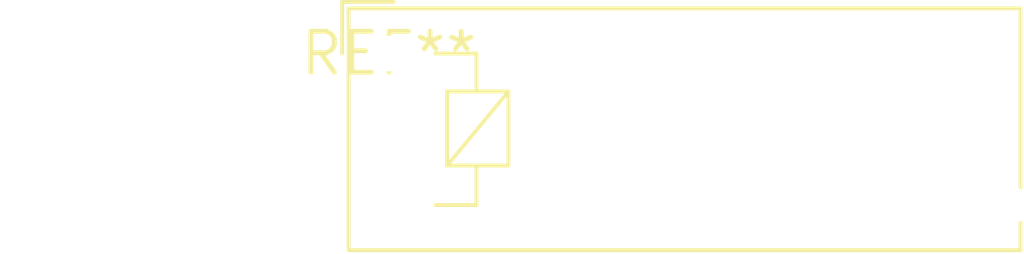
<source format=kicad_pcb>
(kicad_pcb (version 20240108) (generator pcbnew)
  (layers (0 "F.Cu" signal) (31 "B.Cu" signal) (34 "B.Paste" user) (35 "F.Paste" user) (36 "B.SilkS" user "B.Silkscreen") (37 "F.SilkS" user "F.Silkscreen") (38 "B.Mask" user) (39 "F.Mask" user) (44 "Edge.Cuts" user))
  (net 0 "")
  (footprint "Relay_SPST_Omron_G5NB" (layer "F.Cu") (at 0 0)
    (property "Reference" "REF**")
    (property "Value" "Relay_SPST_Omron_G5NB")
    (fp_line (start -1.45 -1.6) (end -1.45 0) (layer "F.SilkS") (stroke (width 0.12)))
    (fp_line (start -1.25 -1.4) (end -1.25 6.1) (layer "F.SilkS") (stroke (width 0.12)))
    (fp_line (start -1.25 6.1) (end 19.55 6.1) (layer "F.SilkS") (stroke (width 0.12)))
    (fp_line (start 0.15 -1.6) (end -1.45 -1.6) (layer "F.SilkS") (stroke (width 0.12)))
    (fp_line (start 1.44 4.7) (end 2.71 4.7) (layer "F.SilkS") (stroke (width 0.12)))
    (fp_line (start 1.8 1.175) (end 1.8 3.475) (layer "F.SilkS") (stroke (width 0.12)))
    (fp_line (start 1.8 3.475) (end 3.7 1.175) (layer "F.SilkS") (stroke (width 0.12)))
    (fp_line (start 1.8 3.475) (end 3.7 3.475) (layer "F.SilkS") (stroke (width 0.12)))
    (fp_line (start 2.71 0) (end 1.44 0) (layer "F.SilkS") (stroke (width 0.12)))
    (fp_line (start 2.71 1.175) (end 2.71 0) (layer "F.SilkS") (stroke (width 0.12)))
    (fp_line (start 2.71 4.7) (end 2.71 3.475) (layer "F.SilkS") (stroke (width 0.12)))
    (fp_line (start 3.7 1.175) (end 1.8 1.175) (layer "F.SilkS") (stroke (width 0.12)))
    (fp_line (start 3.7 3.475) (end 3.7 1.175) (layer "F.SilkS") (stroke (width 0.12)))
    (fp_line (start 19.55 -1.4) (end -1.25 -1.4) (layer "F.SilkS") (stroke (width 0.12)))
    (fp_line (start 19.55 4.15) (end 19.55 -1.4) (layer "F.SilkS") (stroke (width 0.12)))
    (fp_line (start 19.55 6.1) (end 19.55 5.25) (layer "F.SilkS") (stroke (width 0.12)))
    (pad "13" thru_hole oval (at 11.5 4.7 180) (size 1.8 1.8) (drill 1.1) (layers *.Cu *.Mask) (remove_unused_layers))
    (pad "14" thru_hole oval (at 18.5 4.7 180) (size 1.8 1.8) (drill 1.1) (layers *.Cu *.Mask) (remove_unused_layers))
    (pad "A1" thru_hole rect (at 0 0 180) (size 1.8 1.8) (drill 1.1) (layers *.Cu *.Mask) (remove_unused_layers))
    (pad "A2" thru_hole oval (at 0 4.7 180) (size 1.8 1.8) (drill 1.1) (layers *.Cu *.Mask) (remove_unused_layers))
  )
)
</source>
